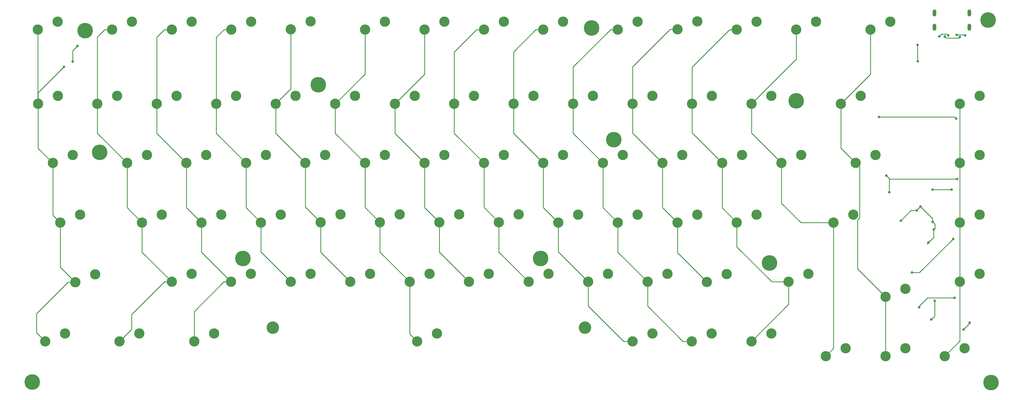
<source format=gbr>
%TF.GenerationSoftware,KiCad,Pcbnew,(6.0.6)*%
%TF.CreationDate,2022-08-08T15:17:43-04:00*%
%TF.ProjectId,Jupiter,4a757069-7465-4722-9e6b-696361645f70,rev?*%
%TF.SameCoordinates,Original*%
%TF.FileFunction,Copper,L1,Top*%
%TF.FilePolarity,Positive*%
%FSLAX46Y46*%
G04 Gerber Fmt 4.6, Leading zero omitted, Abs format (unit mm)*
G04 Created by KiCad (PCBNEW (6.0.6)) date 2022-08-08 15:17:43*
%MOMM*%
%LPD*%
G01*
G04 APERTURE LIST*
%TA.AperFunction,ComponentPad*%
%ADD10C,5.000000*%
%TD*%
%TA.AperFunction,ComponentPad*%
%ADD11C,4.000000*%
%TD*%
%TA.AperFunction,ComponentPad*%
%ADD12C,3.300000*%
%TD*%
%TA.AperFunction,ComponentPad*%
%ADD13O,1.200000X2.250000*%
%TD*%
%TA.AperFunction,ViaPad*%
%ADD14C,0.800000*%
%TD*%
%TA.AperFunction,Conductor*%
%ADD15C,0.250000*%
%TD*%
G04 APERTURE END LIST*
D10*
%TO.P,,1*%
%TO.N,N/C*%
X222900000Y-148100000D03*
%TD*%
%TO.P,,1*%
%TO.N,N/C*%
X239300000Y-74200000D03*
%TD*%
%TO.P,,1*%
%TO.N,N/C*%
X246400000Y-110000000D03*
%TD*%
%TO.P,,1*%
%TO.N,N/C*%
X367200000Y-187900000D03*
%TD*%
%TO.P,,1*%
%TO.N,N/C*%
X366300000Y-71600000D03*
%TD*%
%TO.P,,1*%
%TO.N,N/C*%
X77100000Y-75000000D03*
%TD*%
%TO.P,,1*%
%TO.N,N/C*%
X60100000Y-187700000D03*
%TD*%
%TO.P,,1*%
%TO.N,N/C*%
X304800000Y-97500000D03*
%TD*%
D11*
%TO.P,REF\u002A\u002A,*%
%TO.N,*%
X237206250Y-170215000D03*
X137193750Y-170215000D03*
%TD*%
D10*
%TO.P,,1*%
%TO.N,N/C*%
X151700000Y-92400000D03*
%TD*%
%TO.P,,1*%
%TO.N,N/C*%
X127600000Y-148100000D03*
%TD*%
%TO.P,,1*%
%TO.N,N/C*%
X81700000Y-114000000D03*
%TD*%
%TO.P,,1*%
%TO.N,N/C*%
X296300000Y-149500000D03*
%TD*%
D12*
%TO.P,K_T1,1,COL*%
%TO.N,COL5*%
X166690000Y-117460000D03*
%TO.P,K_T1,2,ROW*%
%TO.N,Net-(D35-Pad2)*%
X173040000Y-114920000D03*
%TD*%
%TO.P,K_E1,1,COL*%
%TO.N,COL3*%
X128590000Y-117460000D03*
%TO.P,K_E1,2,ROW*%
%TO.N,Net-(D33-Pad2)*%
X134940000Y-114920000D03*
%TD*%
%TO.P,K_pgUp1,1,COL*%
%TO.N,COL14*%
X357190000Y-117460000D03*
%TO.P,K_pgUp1,2,ROW*%
%TO.N,Net-(D44-Pad2)*%
X363540000Y-114920000D03*
%TD*%
%TO.P,K_rightArrow1,1,COL*%
%TO.N,COL14*%
X352390000Y-179360000D03*
%TO.P,K_rightArrow1,2,ROW*%
%TO.N,Net-(D82-Pad2)*%
X358740000Y-176820000D03*
%TD*%
%TO.P,K_B1,1,COL*%
%TO.N,COL5*%
X180990000Y-155560000D03*
%TO.P,K_B1,2,ROW*%
%TO.N,Net-(D64-Pad2)*%
X187340000Y-153020000D03*
%TD*%
%TO.P,K_G1,1,COL*%
%TO.N,COL5*%
X171490000Y-136460000D03*
%TO.P,K_G1,2,ROW*%
%TO.N,Net-(D50-Pad2)*%
X177840000Y-133920000D03*
%TD*%
%TO.P,K_I1,1,COL*%
%TO.N,COL8*%
X223790000Y-117460000D03*
%TO.P,K_I1,2,ROW*%
%TO.N,Net-(D38-Pad2)*%
X230140000Y-114920000D03*
%TD*%
%TO.P,K_V1,1,COL*%
%TO.N,COL4*%
X161990000Y-155560000D03*
%TO.P,K_V1,2,ROW*%
%TO.N,Net-(D63-Pad2)*%
X168340000Y-153020000D03*
%TD*%
%TO.P,K_enter1,1,COL*%
%TO.N,COL12*%
X316790000Y-136560000D03*
%TO.P,K_enter1,2,ROW*%
%TO.N,Net-(D57-Pad2)*%
X323140000Y-134020000D03*
%TD*%
%TO.P,K_end1,1,COL*%
%TO.N,COL14*%
X357190000Y-155560000D03*
%TO.P,K_end1,2,ROW*%
%TO.N,Net-(D72-Pad2)*%
X363540000Y-153020000D03*
%TD*%
%TO.P,K_tilda1,1,COL*%
%TO.N,COL0*%
X61990000Y-98460000D03*
%TO.P,K_tilda1,2,ROW*%
%TO.N,Net-(D15-Pad2)*%
X68340000Y-95920000D03*
%TD*%
%TO.P,K_rightAlt1,1,COL*%
%TO.N,COL8*%
X252390000Y-174660000D03*
%TO.P,K_rightAlt1,2,ROW*%
%TO.N,Net-(D77-Pad2)*%
X258740000Y-172120000D03*
%TD*%
%TO.P,K_7,1,COL*%
%TO.N,COL7*%
X195290000Y-98460000D03*
%TO.P,K_7,2,ROW*%
%TO.N,Net-(D22-Pad2)*%
X201640000Y-95920000D03*
%TD*%
%TO.P,K_A1,1,COL*%
%TO.N,COL1*%
X95290000Y-136560000D03*
%TO.P,K_A1,2,ROW*%
%TO.N,Net-(D46-Pad2)*%
X101640000Y-134020000D03*
%TD*%
%TO.P,K_home1,1,COL*%
%TO.N,COL14*%
X357190000Y-98460000D03*
%TO.P,K_home1,2,ROW*%
%TO.N,Net-(D29-Pad2)*%
X363540000Y-95920000D03*
%TD*%
%TO.P,K_space1,1,COL*%
%TO.N,COL5*%
X183390000Y-174660000D03*
%TO.P,K_space1,2,ROW*%
%TO.N,Net-(D76-Pad2)*%
X189740000Y-172120000D03*
%TD*%
%TO.P,K_U1,1,COL*%
%TO.N,COL7*%
X204790000Y-117460000D03*
%TO.P,K_U1,2,ROW*%
%TO.N,Net-(D37-Pad2)*%
X211140000Y-114920000D03*
%TD*%
%TO.P,K_leftAlt1,1,COL*%
%TO.N,COL2*%
X111990000Y-174660000D03*
%TO.P,K_leftAlt1,2,ROW*%
%TO.N,Net-(D75-Pad2)*%
X118340000Y-172120000D03*
%TD*%
%TO.P,K_F2,1,COL*%
%TO.N,COL2*%
X104790000Y-74660000D03*
%TO.P,K_F2,2,ROW*%
%TO.N,Net-(D3-Pad2)*%
X111140000Y-72120000D03*
%TD*%
%TO.P,K_F3,1,COL*%
%TO.N,COL3*%
X123890000Y-74660000D03*
%TO.P,K_F3,2,ROW*%
%TO.N,Net-(D4-Pad2)*%
X130240000Y-72120000D03*
%TD*%
%TO.P,K_M1,1,COL*%
%TO.N,COL7*%
X219090000Y-155560000D03*
%TO.P,K_M1,2,ROW*%
%TO.N,Net-(D66-Pad2)*%
X225440000Y-153020000D03*
%TD*%
%TO.P,K_windows1,1,COL*%
%TO.N,COL1*%
X88090000Y-174660000D03*
%TO.P,K_windows1,2,ROW*%
%TO.N,Net-(D74-Pad2)*%
X94440000Y-172120000D03*
%TD*%
%TO.P,K_R1,1,COL*%
%TO.N,COL4*%
X147590000Y-117460000D03*
%TO.P,K_R1,2,ROW*%
%TO.N,Net-(D34-Pad2)*%
X153940000Y-114920000D03*
%TD*%
%TO.P,K_2,1,COL*%
%TO.N,COL2*%
X99990000Y-98460000D03*
%TO.P,K_2,2,ROW*%
%TO.N,Net-(D17-Pad2)*%
X106340000Y-95920000D03*
%TD*%
%TO.P,K_leftShift1,1,COL*%
%TO.N,COL0*%
X73890000Y-155660000D03*
%TO.P,K_leftShift1,2,ROW*%
%TO.N,Net-(D59-Pad2)*%
X80240000Y-153120000D03*
%TD*%
%TO.P,K_F1,1,COL*%
%TO.N,COL1*%
X85690000Y-74660000D03*
%TO.P,K_F1,2,ROW*%
%TO.N,Net-(D2-Pad2)*%
X92040000Y-72120000D03*
%TD*%
%TO.P,K_9,1,COL*%
%TO.N,COL9*%
X233390000Y-98460000D03*
%TO.P,K_9,2,ROW*%
%TO.N,Net-(D24-Pad2)*%
X239740000Y-95920000D03*
%TD*%
%TO.P,K_D1,1,COL*%
%TO.N,COL3*%
X133390000Y-136560000D03*
%TO.P,K_D1,2,ROW*%
%TO.N,Net-(D48-Pad2)*%
X139740000Y-134020000D03*
%TD*%
%TO.P,K_leftArrow1,1,COL*%
%TO.N,COL12*%
X314290000Y-179360000D03*
%TO.P,K_leftArrow1,2,ROW*%
%TO.N,Net-(D80-Pad2)*%
X320640000Y-176820000D03*
%TD*%
%TO.P,K_F11,1,COL*%
%TO.N,COL11*%
X285790000Y-74660000D03*
%TO.P,K_F11,2,ROW*%
%TO.N,Net-(D12-Pad2)*%
X292140000Y-72120000D03*
%TD*%
%TO.P,K_period1,1,COL*%
%TO.N,COL9*%
X257190000Y-155560000D03*
%TO.P,K_period1,2,ROW*%
%TO.N,Net-(D68-Pad2)*%
X263540000Y-153020000D03*
%TD*%
%TO.P,K_tab1,1,COL*%
%TO.N,COL0*%
X66690000Y-117460000D03*
%TO.P,K_tab1,2,ROW*%
%TO.N,Net-(D30-Pad2)*%
X73040000Y-114920000D03*
%TD*%
%TO.P,K_rightShift1,1,COL*%
%TO.N,COL11*%
X302390000Y-155560000D03*
%TO.P,K_rightShift1,2,ROW*%
%TO.N,Net-(D70-Pad2)*%
X308740000Y-153020000D03*
%TD*%
%TO.P,K_minus1,1,COL*%
%TO.N,COL11*%
X271440000Y-98440000D03*
%TO.P,K_minus1,2,ROW*%
%TO.N,Net-(D26-Pad2)*%
X277790000Y-95900000D03*
%TD*%
%TO.P,K_W1,1,COL*%
%TO.N,COL2*%
X109490000Y-117460000D03*
%TO.P,K_W1,2,ROW*%
%TO.N,Net-(D32-Pad2)*%
X115840000Y-114920000D03*
%TD*%
%TO.P,K_5,1,COL*%
%TO.N,COL5*%
X157190000Y-98460000D03*
%TO.P,K_5,2,ROW*%
%TO.N,Net-(D20-Pad2)*%
X163540000Y-95920000D03*
%TD*%
%TO.P,K_3,1,COL*%
%TO.N,COL3*%
X119090000Y-98460000D03*
%TO.P,K_3,2,ROW*%
%TO.N,Net-(D18-Pad2)*%
X125440000Y-95920000D03*
%TD*%
%TO.P,K_quote1,1,COL*%
%TO.N,COL11*%
X285790000Y-136560000D03*
%TO.P,K_quote1,2,ROW*%
%TO.N,Net-(D56-Pad2)*%
X292140000Y-134020000D03*
%TD*%
%TO.P,K_F7,1,COL*%
%TO.N,COL7*%
X204790000Y-74660000D03*
%TO.P,K_F7,2,ROW*%
%TO.N,Net-(D8-Pad2)*%
X211140000Y-72120000D03*
%TD*%
%TO.P,K_K1,1,COL*%
%TO.N,COL8*%
X228590000Y-136560000D03*
%TO.P,K_K1,2,ROW*%
%TO.N,Net-(D53-Pad2)*%
X234940000Y-134020000D03*
%TD*%
%TO.P,K_comma1,1,COL*%
%TO.N,COL8*%
X238190000Y-155560000D03*
%TO.P,K_comma1,2,ROW*%
%TO.N,Net-(D67-Pad2)*%
X244540000Y-153020000D03*
%TD*%
%TO.P,K_1,1,COL*%
%TO.N,COL1*%
X80990000Y-98460000D03*
%TO.P,K_1,2,ROW*%
%TO.N,Net-(D16-Pad2)*%
X87340000Y-95920000D03*
%TD*%
%TO.P,K_4,1,COL*%
%TO.N,COL4*%
X138090000Y-98460000D03*
%TO.P,K_4,2,ROW*%
%TO.N,Net-(D19-Pad2)*%
X144440000Y-95920000D03*
%TD*%
%TO.P,K_0,1,COL*%
%TO.N,COL10*%
X252390000Y-98460000D03*
%TO.P,K_0,2,ROW*%
%TO.N,Net-(D25-Pad2)*%
X258740000Y-95920000D03*
%TD*%
%TO.P,K_L1,1,COL*%
%TO.N,COL9*%
X247690000Y-136560000D03*
%TO.P,K_L1,2,ROW*%
%TO.N,Net-(D54-Pad2)*%
X254040000Y-134020000D03*
%TD*%
%TO.P,K_closeBracket1,1,COL*%
%TO.N,COL12*%
X300090000Y-117460000D03*
%TO.P,K_closeBracket1,2,ROW*%
%TO.N,Net-(D42-Pad2)*%
X306440000Y-114920000D03*
%TD*%
%TO.P,K_Y1,1,COL*%
%TO.N,COL6*%
X185790000Y-117460000D03*
%TO.P,K_Y1,2,ROW*%
%TO.N,Net-(D36-Pad2)*%
X192140000Y-114920000D03*
%TD*%
%TO.P,K_backSlash1,1,COL*%
%TO.N,COL13*%
X323890000Y-117460000D03*
%TO.P,K_backSlash1,2,ROW*%
%TO.N,Net-(D43-Pad2)*%
X330240000Y-114920000D03*
%TD*%
%TO.P,K_upArrow1,1,COL*%
%TO.N,COL13*%
X333390000Y-160360000D03*
%TO.P,K_upArrow1,2,ROW*%
%TO.N,Net-(D71-Pad2)*%
X339740000Y-157820000D03*
%TD*%
%TO.P,K_S1,1,COL*%
%TO.N,COL2*%
X114290000Y-136560000D03*
%TO.P,K_S1,2,ROW*%
%TO.N,Net-(D47-Pad2)*%
X120640000Y-134020000D03*
%TD*%
%TO.P,K_F4,1,COL*%
%TO.N,COL4*%
X142890000Y-74560000D03*
%TO.P,K_F4,2,ROW*%
%TO.N,Net-(D5-Pad2)*%
X149240000Y-72020000D03*
%TD*%
D13*
%TO.P,J1,S1,SHIELD*%
%TO.N,GND*%
X360265000Y-69322500D03*
X349115000Y-69322500D03*
X349135000Y-73922500D03*
X360285000Y-73922500D03*
%TD*%
D12*
%TO.P,K_Z1,1,COL*%
%TO.N,COL1*%
X104790000Y-155560000D03*
%TO.P,K_Z1,2,ROW*%
%TO.N,Net-(D60-Pad2)*%
X111140000Y-153020000D03*
%TD*%
%TO.P,K_Q1,1,COL*%
%TO.N,COL1*%
X90490000Y-117460000D03*
%TO.P,K_Q1,2,ROW*%
%TO.N,Net-(D31-Pad2)*%
X96840000Y-114920000D03*
%TD*%
%TO.P,K_downArrow1,1,COL*%
%TO.N,COL13*%
X333390000Y-179360000D03*
%TO.P,K_downArrow1,2,ROW*%
%TO.N,Net-(D81-Pad2)*%
X339740000Y-176820000D03*
%TD*%
%TO.P,K_function1,1,COL*%
%TO.N,COL9*%
X271390000Y-174660000D03*
%TO.P,K_function1,2,ROW*%
%TO.N,Net-(D78-Pad2)*%
X277740000Y-172120000D03*
%TD*%
%TO.P,K_F13,1,COL*%
%TO.N,COL4*%
X152490000Y-136460000D03*
%TO.P,K_F13,2,ROW*%
%TO.N,Net-(D49-Pad2)*%
X158840000Y-133920000D03*
%TD*%
%TO.P,K_colon1,1,COL*%
%TO.N,COL10*%
X266790000Y-136560000D03*
%TO.P,K_colon1,2,ROW*%
%TO.N,Net-(D55-Pad2)*%
X273140000Y-134020000D03*
%TD*%
%TO.P,K_F8,1,COL*%
%TO.N,COL8*%
X223790000Y-74660000D03*
%TO.P,K_F8,2,ROW*%
%TO.N,Net-(D9-Pad2)*%
X230140000Y-72120000D03*
%TD*%
%TO.P,K_6,1,COL*%
%TO.N,COL6*%
X176290000Y-98460000D03*
%TO.P,K_6,2,ROW*%
%TO.N,Net-(D21-Pad2)*%
X182640000Y-95920000D03*
%TD*%
%TO.P,K_C1,1,COL*%
%TO.N,COL3*%
X142900000Y-155500000D03*
%TO.P,K_C1,2,ROW*%
%TO.N,Net-(D62-Pad2)*%
X149250000Y-152960000D03*
%TD*%
%TO.P,K_rightControl1,1,COL*%
%TO.N,COL11*%
X290490000Y-174660000D03*
%TO.P,K_rightControl1,2,ROW*%
%TO.N,Net-(D79-Pad2)*%
X296840000Y-172120000D03*
%TD*%
%TO.P,K_F10,1,COL*%
%TO.N,COL10*%
X266790000Y-74560000D03*
%TO.P,K_F10,2,ROW*%
%TO.N,Net-(D11-Pad2)*%
X273140000Y-72020000D03*
%TD*%
%TO.P,K_J1,1,COL*%
%TO.N,COL7*%
X209590000Y-136460000D03*
%TO.P,K_J1,2,ROW*%
%TO.N,Net-(D52-Pad2)*%
X215940000Y-133920000D03*
%TD*%
%TO.P,K_X1,1,COL*%
%TO.N,COL2*%
X123790000Y-155560000D03*
%TO.P,K_X1,2,ROW*%
%TO.N,Net-(D61-Pad2)*%
X130140000Y-153020000D03*
%TD*%
%TO.P,K_leftControl1,1,COL*%
%TO.N,COL0*%
X64290000Y-174660000D03*
%TO.P,K_leftControl1,2,ROW*%
%TO.N,Net-(D73-Pad2)*%
X70640000Y-172120000D03*
%TD*%
%TO.P,K_P1,1,COL*%
%TO.N,COL10*%
X261990000Y-117460000D03*
%TO.P,K_P1,2,ROW*%
%TO.N,Net-(D40-Pad2)*%
X268340000Y-114920000D03*
%TD*%
%TO.P,K_questionMark1,1,COL*%
%TO.N,COL10*%
X276200000Y-155600000D03*
%TO.P,K_questionMark1,2,ROW*%
%TO.N,Net-(D69-Pad2)*%
X282550000Y-153060000D03*
%TD*%
%TO.P,K_backspace1,1,COL*%
%TO.N,COL13*%
X319090000Y-98460000D03*
%TO.P,K_backspace1,2,ROW*%
%TO.N,Net-(D28-Pad2)*%
X325440000Y-95920000D03*
%TD*%
%TO.P,K_F6,1,COL*%
%TO.N,COL6*%
X185790000Y-74660000D03*
%TO.P,K_F6,2,ROW*%
%TO.N,Net-(D7-Pad2)*%
X192140000Y-72120000D03*
%TD*%
%TO.P,K_openBracket1,1,COL*%
%TO.N,COL11*%
X281090000Y-117460000D03*
%TO.P,K_openBracket1,2,ROW*%
%TO.N,Net-(D41-Pad2)*%
X287440000Y-114920000D03*
%TD*%
%TO.P,K_O1,1,COL*%
%TO.N,COL9*%
X242890000Y-117460000D03*
%TO.P,K_O1,2,ROW*%
%TO.N,Net-(D39-Pad2)*%
X249240000Y-114920000D03*
%TD*%
%TO.P,K_H1,1,COL*%
%TO.N,COL6*%
X190490000Y-136460000D03*
%TO.P,K_H1,2,ROW*%
%TO.N,Net-(D51-Pad2)*%
X196840000Y-133920000D03*
%TD*%
%TO.P,K_N1,1,COL*%
%TO.N,COL6*%
X199990000Y-155560000D03*
%TO.P,K_N1,2,ROW*%
%TO.N,Net-(D65-Pad2)*%
X206340000Y-153020000D03*
%TD*%
%TO.P,K_F9,1,COL*%
%TO.N,COL9*%
X247690000Y-74660000D03*
%TO.P,K_F9,2,ROW*%
%TO.N,Net-(D10-Pad2)*%
X254040000Y-72120000D03*
%TD*%
%TO.P,K_F5,1,COL*%
%TO.N,COL5*%
X166690000Y-74660000D03*
%TO.P,K_F5,2,ROW*%
%TO.N,Net-(D6-Pad2)*%
X173040000Y-72120000D03*
%TD*%
%TO.P,K_capsLock1,1,COL*%
%TO.N,COL0*%
X69090000Y-136560000D03*
%TO.P,K_capsLock1,2,ROW*%
%TO.N,Net-(D45-Pad2)*%
X75440000Y-134020000D03*
%TD*%
%TO.P,K_delete1,1,COL*%
%TO.N,COL13*%
X328590000Y-74660000D03*
%TO.P,K_delete1,2,ROW*%
%TO.N,Net-(D14-Pad2)*%
X334940000Y-72120000D03*
%TD*%
%TO.P,K_F12,1,COL*%
%TO.N,COL12*%
X304790000Y-74660000D03*
%TO.P,K_F12,2,ROW*%
%TO.N,Net-(D13-Pad2)*%
X311140000Y-72120000D03*
%TD*%
%TO.P,K_esc1,1,COL*%
%TO.N,COL0*%
X61890000Y-74660000D03*
%TO.P,K_esc1,2,ROW*%
%TO.N,Net-(D1-Pad2)*%
X68240000Y-72120000D03*
%TD*%
%TO.P,K_equals1,1,COL*%
%TO.N,COL12*%
X290490000Y-98460000D03*
%TO.P,K_equals1,2,ROW*%
%TO.N,Net-(D27-Pad2)*%
X296840000Y-95920000D03*
%TD*%
%TO.P,K_pgDown1,1,COL*%
%TO.N,COL14*%
X357190000Y-136560000D03*
%TO.P,K_pgDown1,2,ROW*%
%TO.N,Net-(D58-Pad2)*%
X363540000Y-134020000D03*
%TD*%
%TO.P,K_8,1,COL*%
%TO.N,COL8*%
X214290000Y-98460000D03*
%TO.P,K_8,2,ROW*%
%TO.N,Net-(D23-Pad2)*%
X220640000Y-95920000D03*
%TD*%
D14*
%TO.N,ROW4*%
X344200000Y-163700000D03*
%TO.N,+5V*%
X348500000Y-125980000D03*
X354600000Y-126000000D03*
%TO.N,ROW0*%
X74600000Y-79900000D03*
%TO.N,GND*%
X343800000Y-84800000D03*
X358430000Y-170820000D03*
X343700000Y-79600000D03*
X360380000Y-168670000D03*
%TO.N,+5V*%
X343400000Y-132700000D03*
X344600000Y-131400000D03*
X348512299Y-136312299D03*
X338300000Y-136000000D03*
X347112299Y-142987701D03*
X348800000Y-138800000D03*
%TO.N,ROW0*%
X73100000Y-84900000D03*
%TO.N,ROW1*%
X331300000Y-102700000D03*
X356000000Y-103200000D03*
%TO.N,ROW2*%
X334600000Y-126800000D03*
X356400000Y-122600000D03*
X333700000Y-121500000D03*
%TO.N,ROW3*%
X355100000Y-141800000D03*
X341900000Y-152600000D03*
%TO.N,ROW4*%
X355500000Y-160700000D03*
%TO.N,ROW5*%
X349200000Y-161600000D03*
X348098120Y-167624500D03*
%TO.N,COL0*%
X70300000Y-86600000D03*
%TO.N,VBUS*%
X352400000Y-76900000D03*
X357185500Y-77068563D03*
%TO.N,Net-(J1-PadA5)*%
X350600000Y-76900000D03*
X353500000Y-76500000D03*
%TO.N,Net-(J1-PadB5)*%
X356207243Y-76344063D03*
X358900000Y-76500000D03*
%TD*%
D15*
%TO.N,ROW4*%
X344200000Y-163400000D02*
X344200000Y-163700000D01*
X346900000Y-160700000D02*
X344200000Y-163400000D01*
%TO.N,+5V*%
X354590000Y-125990000D02*
X354600000Y-126000000D01*
X354590000Y-125980000D02*
X354590000Y-125990000D01*
%TO.N,ROW0*%
X73100000Y-81400000D02*
X74600000Y-79900000D01*
X73100000Y-84900000D02*
X73100000Y-81400000D01*
%TO.N,GND*%
X343700000Y-79600000D02*
X343700000Y-84700000D01*
X360380000Y-168870000D02*
X360380000Y-168670000D01*
X343700000Y-84700000D02*
X343800000Y-84800000D01*
X358430000Y-170820000D02*
X360380000Y-168870000D01*
%TO.N,+5V*%
X348512299Y-135312299D02*
X348512299Y-136312299D01*
X343400000Y-132700000D02*
X343400000Y-132600000D01*
X338300000Y-136000000D02*
X341600000Y-132700000D01*
X344600000Y-131400000D02*
X348512299Y-135312299D01*
X348500000Y-125980000D02*
X354590000Y-125980000D01*
X349300000Y-138500000D02*
X349300000Y-137100000D01*
X343400000Y-132600000D02*
X344600000Y-131400000D01*
X349300000Y-137100000D02*
X348512299Y-136312299D01*
X348800000Y-138800000D02*
X348800000Y-141300000D01*
X348800000Y-141300000D02*
X347112299Y-142987701D01*
X343400000Y-132700000D02*
X341600000Y-132700000D01*
X349000000Y-138800000D02*
X349300000Y-138500000D01*
X348800000Y-138800000D02*
X349000000Y-138800000D01*
X346700000Y-143400000D02*
X347112299Y-142987701D01*
%TO.N,ROW0*%
X73000000Y-84800000D02*
X73100000Y-84900000D01*
%TO.N,ROW1*%
X355500000Y-102700000D02*
X356000000Y-103200000D01*
X331300000Y-102700000D02*
X355500000Y-102700000D01*
%TO.N,ROW2*%
X333700000Y-121500000D02*
X334600000Y-122400000D01*
X334800000Y-122600000D02*
X333700000Y-121500000D01*
X334600000Y-122400000D02*
X334600000Y-126800000D01*
X356400000Y-122600000D02*
X334800000Y-122600000D01*
%TO.N,ROW3*%
X341900000Y-152600000D02*
X344300000Y-152600000D01*
X344300000Y-152600000D02*
X355100000Y-141800000D01*
%TO.N,ROW4*%
X346900000Y-160700000D02*
X355500000Y-160700000D01*
%TO.N,ROW5*%
X349200000Y-166522620D02*
X348098120Y-167624500D01*
X349200000Y-161600000D02*
X349200000Y-166522620D01*
%TO.N,COL10*%
X266790000Y-146190000D02*
X276200000Y-155600000D01*
X252390000Y-86626548D02*
X252390000Y-98460000D01*
X252390000Y-98460000D02*
X252390000Y-107860000D01*
X252390000Y-107860000D02*
X261990000Y-117460000D01*
X264456548Y-74560000D02*
X252390000Y-86626548D01*
X261990000Y-117460000D02*
X261990000Y-131760000D01*
X261990000Y-131760000D02*
X266790000Y-136560000D01*
X266790000Y-74560000D02*
X264456548Y-74560000D01*
X266790000Y-136560000D02*
X266790000Y-146190000D01*
%TO.N,COL1*%
X90490000Y-117460000D02*
X90490000Y-131760000D01*
X88090000Y-174660000D02*
X91975151Y-170774849D01*
X83356548Y-74660000D02*
X80990000Y-77026548D01*
X95290000Y-146060000D02*
X104790000Y-155560000D01*
X91975151Y-166041397D02*
X102456548Y-155560000D01*
X91975151Y-170774849D02*
X91975151Y-166041397D01*
X80990000Y-98460000D02*
X80990000Y-107960000D01*
X85690000Y-74660000D02*
X83356548Y-74660000D01*
X80990000Y-107960000D02*
X90490000Y-117460000D01*
X80990000Y-77026548D02*
X80990000Y-98460000D01*
X90490000Y-131760000D02*
X95290000Y-136560000D01*
X95290000Y-136560000D02*
X95290000Y-146060000D01*
X102456548Y-155560000D02*
X104790000Y-155560000D01*
%TO.N,COL2*%
X123790000Y-155560000D02*
X114290000Y-146060000D01*
X99990000Y-107960000D02*
X109490000Y-117460000D01*
X99990000Y-98460000D02*
X99990000Y-107960000D01*
X109490000Y-131760000D02*
X114290000Y-136560000D01*
X104790000Y-74660000D02*
X102456548Y-74660000D01*
X109490000Y-117460000D02*
X109490000Y-131760000D01*
X102456548Y-74660000D02*
X99990000Y-77126548D01*
X121524464Y-155560000D02*
X123790000Y-155560000D01*
X114290000Y-146060000D02*
X114290000Y-136560000D01*
X99990000Y-77126548D02*
X99990000Y-98460000D01*
X111990000Y-174660000D02*
X111990000Y-165094464D01*
X111990000Y-165094464D02*
X121524464Y-155560000D01*
%TO.N,COL3*%
X119090000Y-98460000D02*
X119090000Y-107960000D01*
X123890000Y-74660000D02*
X121556548Y-74660000D01*
X119090000Y-77126548D02*
X119090000Y-98460000D01*
X128590000Y-131760000D02*
X133390000Y-136560000D01*
X133390000Y-145990000D02*
X142900000Y-155500000D01*
X128590000Y-117460000D02*
X128590000Y-131760000D01*
X133390000Y-136560000D02*
X133390000Y-145990000D01*
X119090000Y-107960000D02*
X128590000Y-117460000D01*
X121556548Y-74660000D02*
X119090000Y-77126548D01*
%TO.N,COL4*%
X138090000Y-107960000D02*
X147590000Y-117460000D01*
X152490000Y-136460000D02*
X152490000Y-146060000D01*
X142890000Y-74560000D02*
X142890000Y-93660000D01*
X152490000Y-146060000D02*
X161990000Y-155560000D01*
X147590000Y-131560000D02*
X152490000Y-136460000D01*
X142890000Y-93660000D02*
X138090000Y-98460000D01*
X147590000Y-117460000D02*
X147590000Y-131560000D01*
X138090000Y-98460000D02*
X138090000Y-107960000D01*
%TO.N,COL5*%
X171490000Y-146060000D02*
X180990000Y-155560000D01*
X180990000Y-155560000D02*
X180990000Y-172260000D01*
X157190000Y-107960000D02*
X166690000Y-117460000D01*
X171490000Y-136460000D02*
X166690000Y-131660000D01*
X171490000Y-136460000D02*
X171490000Y-146060000D01*
X166690000Y-74660000D02*
X166690000Y-88960000D01*
X166690000Y-88960000D02*
X157190000Y-98460000D01*
X180990000Y-172260000D02*
X183390000Y-174660000D01*
X157190000Y-98460000D02*
X157190000Y-107960000D01*
X166690000Y-131660000D02*
X166690000Y-117460000D01*
%TO.N,COL6*%
X190490000Y-146060000D02*
X199990000Y-155560000D01*
X185790000Y-131760000D02*
X190490000Y-136460000D01*
X176290000Y-107960000D02*
X176290000Y-98460000D01*
X185790000Y-74660000D02*
X185790000Y-88960000D01*
X190490000Y-136460000D02*
X190490000Y-146060000D01*
X185790000Y-117460000D02*
X176290000Y-107960000D01*
X185790000Y-117460000D02*
X185790000Y-131760000D01*
X185790000Y-88960000D02*
X176290000Y-98460000D01*
%TO.N,COL7*%
X204790000Y-74660000D02*
X202456548Y-74660000D01*
X195290000Y-98460000D02*
X195290000Y-107960000D01*
X219090000Y-155560000D02*
X209590000Y-146060000D01*
X204790000Y-117460000D02*
X204790000Y-131660000D01*
X204790000Y-131660000D02*
X209590000Y-136460000D01*
X195290000Y-107960000D02*
X204790000Y-117460000D01*
X202456548Y-74660000D02*
X195290000Y-81826548D01*
X209590000Y-146060000D02*
X209590000Y-136460000D01*
X195290000Y-81826548D02*
X195290000Y-98460000D01*
%TO.N,COL8*%
X228590000Y-145960000D02*
X238190000Y-155560000D01*
X249502732Y-174660000D02*
X252390000Y-174660000D01*
X214290000Y-107960000D02*
X223790000Y-117460000D01*
X228590000Y-136560000D02*
X228590000Y-145960000D01*
X238190000Y-155560000D02*
X238190000Y-163347268D01*
X223790000Y-117460000D02*
X223790000Y-131760000D01*
X214290000Y-81826548D02*
X214290000Y-98460000D01*
X221456548Y-74660000D02*
X214290000Y-81826548D01*
X238190000Y-163347268D02*
X249502732Y-174660000D01*
X223790000Y-74660000D02*
X221456548Y-74660000D01*
X223790000Y-131760000D02*
X228590000Y-136560000D01*
X214290000Y-98460000D02*
X214290000Y-107960000D01*
%TO.N,COL9*%
X242890000Y-131760000D02*
X247690000Y-136560000D01*
X245356548Y-74660000D02*
X233390000Y-86626548D01*
X233390000Y-107960000D02*
X242890000Y-117460000D01*
X233390000Y-98460000D02*
X233390000Y-107960000D01*
X247690000Y-146060000D02*
X257190000Y-155560000D01*
X247690000Y-136560000D02*
X247690000Y-146060000D01*
X242890000Y-117460000D02*
X242890000Y-131760000D01*
X233390000Y-86626548D02*
X233390000Y-98460000D01*
X268502732Y-174660000D02*
X271390000Y-174660000D01*
X257190000Y-163347268D02*
X268502732Y-174660000D01*
X247690000Y-74660000D02*
X245356548Y-74660000D01*
X257190000Y-155560000D02*
X257190000Y-163347268D01*
%TO.N,COL13*%
X324429999Y-135684465D02*
X325115000Y-134999464D01*
X333390000Y-160360000D02*
X324429999Y-151399999D01*
X319090000Y-112660000D02*
X323890000Y-117460000D01*
X324429999Y-151399999D02*
X324429999Y-135684465D01*
X333390000Y-160360000D02*
X333390000Y-179360000D01*
X328590000Y-88960000D02*
X328590000Y-74660000D01*
X319090000Y-98460000D02*
X319090000Y-112660000D01*
X323890000Y-117460000D02*
X325115000Y-118685000D01*
X319090000Y-98460000D02*
X328590000Y-88960000D01*
X325115000Y-118685000D02*
X325115000Y-134999464D01*
%TO.N,COL0*%
X61990000Y-112760000D02*
X66690000Y-117460000D01*
X61890000Y-74660000D02*
X61890000Y-98360000D01*
X66690000Y-134160000D02*
X69090000Y-136560000D01*
X69090000Y-136560000D02*
X69090000Y-150860000D01*
X61990000Y-98460000D02*
X61990000Y-94910000D01*
X61462388Y-165754160D02*
X71556548Y-155660000D01*
X69090000Y-150860000D02*
X73890000Y-155660000D01*
X61890000Y-98360000D02*
X61990000Y-98460000D01*
X64290000Y-174660000D02*
X61462388Y-171832388D01*
X61990000Y-98460000D02*
X61990000Y-112760000D01*
X66690000Y-117460000D02*
X66690000Y-134160000D01*
X61462388Y-171832388D02*
X61462388Y-165754160D01*
X71556548Y-155660000D02*
X73890000Y-155660000D01*
X61990000Y-94910000D02*
X70300000Y-86600000D01*
%TO.N,COL12*%
X316790000Y-136560000D02*
X316790000Y-176860000D01*
X316790000Y-136560000D02*
X306301929Y-136560000D01*
X300090000Y-130348071D02*
X300090000Y-117460000D01*
X304790000Y-84160000D02*
X290490000Y-98460000D01*
X306301929Y-136560000D02*
X300090000Y-130348071D01*
X304790000Y-74660000D02*
X304790000Y-84160000D01*
X290490000Y-107860000D02*
X290490000Y-98460000D01*
X300090000Y-117460000D02*
X290490000Y-107860000D01*
X316790000Y-176860000D02*
X314290000Y-179360000D01*
%TO.N,COL14*%
X357224500Y-155594500D02*
X357190000Y-155560000D01*
X357224500Y-174525500D02*
X357224500Y-155594500D01*
X352390000Y-179360000D02*
X357224500Y-174525500D01*
X357190000Y-155560000D02*
X357190000Y-136560000D01*
X357190000Y-136560000D02*
X357190000Y-117460000D01*
X357190000Y-117460000D02*
X357190000Y-98460000D01*
%TO.N,COL11*%
X285790000Y-136560000D02*
X285790000Y-144347268D01*
X283456548Y-74660000D02*
X271440000Y-86676548D01*
X281090000Y-131860000D02*
X285790000Y-136560000D01*
X297002732Y-155560000D02*
X302390000Y-155560000D01*
X271440000Y-107810000D02*
X271440000Y-98440000D01*
X281090000Y-117460000D02*
X271440000Y-107810000D01*
X302390000Y-162760000D02*
X290490000Y-174660000D01*
X285790000Y-144347268D02*
X297002732Y-155560000D01*
X281090000Y-117460000D02*
X281090000Y-131860000D01*
X271440000Y-86676548D02*
X271440000Y-98440000D01*
X285790000Y-74660000D02*
X283456548Y-74660000D01*
X302390000Y-155560000D02*
X302390000Y-162760000D01*
%TO.N,VBUS*%
X352900000Y-77400000D02*
X356854063Y-77400000D01*
X352400000Y-76900000D02*
X352900000Y-77400000D01*
X356854063Y-77400000D02*
X357185500Y-77068563D01*
%TO.N,Net-(J1-PadA5)*%
X350600000Y-76900000D02*
X351400000Y-76100000D01*
X353100000Y-76100000D02*
X353500000Y-76500000D01*
X351400000Y-76100000D02*
X353100000Y-76100000D01*
%TO.N,Net-(J1-PadB5)*%
X356207243Y-76344063D02*
X358744063Y-76344063D01*
X358744063Y-76344063D02*
X358900000Y-76500000D01*
%TD*%
M02*

</source>
